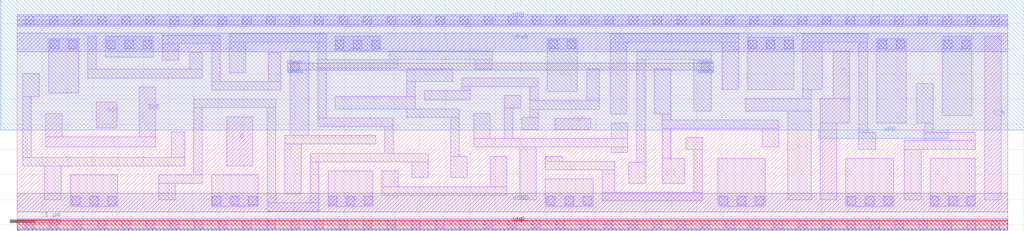
<source format=lef>
# Copyright 2020 The SkyWater PDK Authors
#
# Licensed under the Apache License, Version 2.0 (the "License");
# you may not use this file except in compliance with the License.
# You may obtain a copy of the License at
#
#     https://www.apache.org/licenses/LICENSE-2.0
#
# Unless required by applicable law or agreed to in writing, software
# distributed under the License is distributed on an "AS IS" BASIS,
# WITHOUT WARRANTIES OR CONDITIONS OF ANY KIND, either express or implied.
# See the License for the specific language governing permissions and
# limitations under the License.
#
# SPDX-License-Identifier: Apache-2.0

VERSION 5.7 ;
  NOWIREEXTENSIONATPIN ON ;
  DIVIDERCHAR "/" ;
  BUSBITCHARS "[]" ;
MACRO sky130_fd_sc_hvl__sdfxbp_1
  CLASS CORE ;
  FOREIGN sky130_fd_sc_hvl__sdfxbp_1 ;
  ORIGIN  0.000000  0.000000 ;
  SIZE  19.68000 BY  4.070000 ;
  SYMMETRY X Y ;
  SITE unithv ;
  PIN D
    ANTENNAGATEAREA  0.420000 ;
    DIRECTION INPUT ;
    USE SIGNAL ;
    PORT
      LAYER li1 ;
        RECT 4.165000 1.175000 4.675000 2.150000 ;
    END
  END D
  PIN Q
    ANTENNADIFFAREA  0.611250 ;
    DIRECTION OUTPUT ;
    USE SIGNAL ;
    PORT
      LAYER li1 ;
        RECT 15.955000 0.495000 16.285000 2.025000 ;
        RECT 15.955000 2.025000 16.545000 2.515000 ;
        RECT 16.215000 2.515000 16.545000 3.455000 ;
    END
  END Q
  PIN Q_N
    ANTENNADIFFAREA  0.641250 ;
    DIRECTION OUTPUT ;
    USE SIGNAL ;
    PORT
      LAYER li1 ;
        RECT 19.220000 0.495000 19.555000 3.755000 ;
    END
  END Q_N
  PIN SCD
    ANTENNAGATEAREA  0.420000 ;
    DIRECTION INPUT ;
    USE SIGNAL ;
    PORT
      LAYER li1 ;
        RECT 1.565000 1.930000 1.975000 2.440000 ;
    END
  END SCD
  PIN SCE
    ANTENNAGATEAREA  0.840000 ;
    DIRECTION INPUT ;
    USE SIGNAL ;
    PORT
      LAYER li1 ;
        RECT 0.565000 1.550000 2.755000 1.750000 ;
        RECT 0.565000 1.750000 0.895000 2.220000 ;
        RECT 2.425000 1.750000 2.755000 2.745000 ;
    END
  END SCE
  PIN CLK
    ANTENNAGATEAREA  0.585000 ;
    DIRECTION INPUT ;
    USE CLOCK ;
    PORT
      LAYER li1 ;
        RECT 10.685000 1.895000 11.395000 2.120000 ;
    END
  END CLK
  PIN VGND
    DIRECTION INOUT ;
    USE GROUND ;
    PORT
      LAYER met1 ;
        RECT 0.000000 0.255000 19.680000 0.625000 ;
    END
  END VGND
  PIN VNB
    DIRECTION INOUT ;
    USE GROUND ;
    PORT
      LAYER met1 ;
        RECT 0.000000 -0.115000 19.680000 0.115000 ;
      LAYER pwell ;
        RECT 0.000000 -0.085000 19.680000 0.085000 ;
    END
  END VNB
  PIN VPB
    DIRECTION INOUT ;
    USE POWER ;
    PORT
      LAYER met1 ;
        RECT 0.000000 3.955000 19.680000 4.185000 ;
      LAYER nwell ;
        RECT -0.330000 1.885000 20.010000 4.485000 ;
        RECT 15.925000 1.715000 18.490000 1.885000 ;
    END
  END VPB
  PIN VPWR
    DIRECTION INOUT ;
    USE POWER ;
    PORT
      LAYER met1 ;
        RECT 0.000000 3.445000 19.680000 3.815000 ;
    END
  END VPWR
  OBS
    LAYER li1 ;
      RECT  0.000000 -0.085000 19.680000 0.085000 ;
      RECT  0.000000  3.985000 19.680000 4.155000 ;
      RECT  0.110000  1.175000  3.330000 1.345000 ;
      RECT  0.110000  1.345000  0.280000 2.555000 ;
      RECT  0.110000  2.555000  0.440000 3.015000 ;
      RECT  0.540000  0.495000  0.870000 1.175000 ;
      RECT  0.630000  2.620000  1.220000 3.705000 ;
      RECT  1.050000  0.365000  2.000000 0.995000 ;
      RECT  1.400000  2.925000  3.680000 3.095000 ;
      RECT  1.400000  3.095000  1.570000 3.755000 ;
      RECT  1.750000  3.335000  2.700000 3.755000 ;
      RECT  2.810000  0.495000  3.140000 0.825000 ;
      RECT  2.810000  0.825000  3.680000 0.995000 ;
      RECT  2.880000  3.275000  3.210000 3.610000 ;
      RECT  2.880000  3.610000  4.030000 3.780000 ;
      RECT  3.065000  1.345000  3.330000 1.845000 ;
      RECT  3.430000  3.095000  3.680000 3.430000 ;
      RECT  3.510000  0.995000  3.680000 2.330000 ;
      RECT  3.510000  2.330000  5.135000 2.500000 ;
      RECT  3.860000  0.365000  4.785000 0.995000 ;
      RECT  3.860000  2.680000  5.240000 2.850000 ;
      RECT  3.860000  2.850000  4.030000 3.610000 ;
      RECT  4.210000  3.030000  4.540000 3.635000 ;
      RECT  4.210000  3.635000  6.140000 3.805000 ;
      RECT  4.965000  0.265000  5.995000 0.435000 ;
      RECT  4.965000  0.435000  5.135000 2.330000 ;
      RECT  4.990000  2.850000  5.240000 3.430000 ;
      RECT  5.315000  0.615000  5.645000 1.605000 ;
      RECT  5.315000  1.605000  7.120000 1.775000 ;
      RECT  5.420000  1.775000  5.790000 3.455000 ;
      RECT  5.825000  0.435000  5.995000 1.255000 ;
      RECT  5.825000  1.255000  8.165000 1.425000 ;
      RECT  5.970000  1.955000  7.470000 2.125000 ;
      RECT  5.970000  2.125000  6.140000 3.115000 ;
      RECT  5.970000  3.115000  7.560000 3.285000 ;
      RECT  5.970000  3.285000  6.140000 3.635000 ;
      RECT  6.175000  0.365000  7.065000 1.075000 ;
      RECT  6.320000  2.305000  7.910000 2.555000 ;
      RECT  6.320000  3.465000  7.210000 3.755000 ;
      RECT  7.245000  0.590000  9.725000 0.760000 ;
      RECT  7.245000  0.760000  7.575000 1.075000 ;
      RECT  7.300000  1.425000  7.470000 1.955000 ;
      RECT  7.390000  3.285000  9.435000 3.455000 ;
      RECT  7.740000  2.135000  8.785000 2.305000 ;
      RECT  7.740000  2.555000  7.910000 2.855000 ;
      RECT  7.740000  2.855000  8.655000 3.105000 ;
      RECT  7.835000  0.940000  8.165000 1.255000 ;
      RECT  8.090000  2.485000  9.005000 2.675000 ;
      RECT  8.615000  0.940000  8.945000 1.360000 ;
      RECT  8.615000  1.360000  8.785000 2.135000 ;
      RECT  8.835000  2.675000  9.005000 2.750000 ;
      RECT  8.835000  2.750000 10.355000 2.920000 ;
      RECT  9.070000  1.545000 12.130000 1.715000 ;
      RECT  9.070000  1.715000  9.400000 2.215000 ;
      RECT  9.105000  3.100000  9.435000 3.285000 ;
      RECT  9.395000  0.760000  9.725000 1.360000 ;
      RECT  9.675000  1.715000  9.845000 2.320000 ;
      RECT  9.675000  2.320000 10.005000 2.570000 ;
      RECT  9.985000  0.495000 10.315000 1.545000 ;
      RECT 10.025000  1.895000 10.355000 2.140000 ;
      RECT 10.185000  2.140000 10.355000 2.300000 ;
      RECT 10.185000  2.300000 11.565000 2.470000 ;
      RECT 10.185000  2.470000 10.355000 2.750000 ;
      RECT 10.495000  0.365000 11.445000 0.915000 ;
      RECT 10.495000  1.095000 11.875000 1.265000 ;
      RECT 10.495000  1.265000 10.825000 1.365000 ;
      RECT 10.535000  2.650000 11.125000 3.705000 ;
      RECT 11.315000  2.470000 11.565000 3.110000 ;
      RECT 11.625000  0.475000 13.610000 0.645000 ;
      RECT 11.625000  0.645000 11.875000 1.095000 ;
      RECT 11.785000  2.205000 12.115000 3.635000 ;
      RECT 11.785000  3.635000 14.340000 3.805000 ;
      RECT 11.800000  1.445000 12.130000 1.545000 ;
      RECT 11.800000  1.715000 12.130000 2.025000 ;
      RECT 12.150000  0.825000 12.480000 1.245000 ;
      RECT 12.310000  1.245000 12.480000 3.285000 ;
      RECT 12.310000  3.285000 13.795000 3.455000 ;
      RECT 12.660000  2.205000 12.990000 3.105000 ;
      RECT 12.820000  0.825000 13.260000 1.325000 ;
      RECT 12.820000  1.325000 12.990000 1.915000 ;
      RECT 12.820000  1.915000 15.135000 2.085000 ;
      RECT 12.820000  2.085000 12.990000 2.205000 ;
      RECT 13.280000  1.505000 13.610000 1.735000 ;
      RECT 13.440000  0.645000 13.610000 1.505000 ;
      RECT 13.440000  2.265000 13.795000 3.285000 ;
      RECT 13.915000  0.365000 14.865000 1.325000 ;
      RECT 14.010000  2.695000 14.340000 3.635000 ;
      RECT 14.465000  2.265000 15.775000 2.515000 ;
      RECT 14.520000  2.695000 15.425000 3.735000 ;
      RECT 14.805000  1.545000 15.135000 1.915000 ;
      RECT 15.315000  0.495000 15.775000 2.265000 ;
      RECT 15.605000  2.515000 15.775000 2.695000 ;
      RECT 15.605000  2.695000 15.995000 3.635000 ;
      RECT 15.605000  3.635000 16.895000 3.805000 ;
      RECT 16.465000  0.365000 17.415000 1.325000 ;
      RECT 16.725000  1.505000 17.055000 1.835000 ;
      RECT 16.725000  1.835000 16.895000 3.635000 ;
      RECT 17.075000  2.025000 17.665000 3.705000 ;
      RECT 17.630000  0.495000 17.960000 1.505000 ;
      RECT 17.630000  1.505000 19.040000 1.675000 ;
      RECT 17.870000  2.025000 18.200000 2.815000 ;
      RECT 18.030000  1.675000 19.040000 1.835000 ;
      RECT 18.030000  1.835000 18.200000 2.025000 ;
      RECT 18.140000  0.365000 19.040000 1.325000 ;
      RECT 18.380000  2.175000 18.970000 3.755000 ;
    LAYER mcon ;
      RECT  0.155000 -0.085000  0.325000 0.085000 ;
      RECT  0.155000  3.985000  0.325000 4.155000 ;
      RECT  0.635000 -0.085000  0.805000 0.085000 ;
      RECT  0.635000  3.985000  0.805000 4.155000 ;
      RECT  0.660000  3.505000  0.830000 3.675000 ;
      RECT  1.020000  3.505000  1.190000 3.675000 ;
      RECT  1.080000  0.395000  1.250000 0.565000 ;
      RECT  1.115000 -0.085000  1.285000 0.085000 ;
      RECT  1.115000  3.985000  1.285000 4.155000 ;
      RECT  1.440000  0.395000  1.610000 0.565000 ;
      RECT  1.595000 -0.085000  1.765000 0.085000 ;
      RECT  1.595000  3.985000  1.765000 4.155000 ;
      RECT  1.780000  3.505000  1.950000 3.675000 ;
      RECT  1.800000  0.395000  1.970000 0.565000 ;
      RECT  2.075000 -0.085000  2.245000 0.085000 ;
      RECT  2.075000  3.985000  2.245000 4.155000 ;
      RECT  2.140000  3.505000  2.310000 3.675000 ;
      RECT  2.500000  3.505000  2.670000 3.675000 ;
      RECT  2.555000 -0.085000  2.725000 0.085000 ;
      RECT  2.555000  3.985000  2.725000 4.155000 ;
      RECT  3.035000 -0.085000  3.205000 0.085000 ;
      RECT  3.035000  3.985000  3.205000 4.155000 ;
      RECT  3.515000 -0.085000  3.685000 0.085000 ;
      RECT  3.515000  3.985000  3.685000 4.155000 ;
      RECT  3.875000  0.395000  4.045000 0.565000 ;
      RECT  3.995000 -0.085000  4.165000 0.085000 ;
      RECT  3.995000  3.985000  4.165000 4.155000 ;
      RECT  4.235000  0.395000  4.405000 0.565000 ;
      RECT  4.475000 -0.085000  4.645000 0.085000 ;
      RECT  4.475000  3.985000  4.645000 4.155000 ;
      RECT  4.595000  0.395000  4.765000 0.565000 ;
      RECT  4.955000 -0.085000  5.125000 0.085000 ;
      RECT  4.955000  3.985000  5.125000 4.155000 ;
      RECT  5.435000 -0.085000  5.605000 0.085000 ;
      RECT  5.435000  3.060000  5.605000 3.230000 ;
      RECT  5.435000  3.985000  5.605000 4.155000 ;
      RECT  5.915000 -0.085000  6.085000 0.085000 ;
      RECT  5.915000  3.985000  6.085000 4.155000 ;
      RECT  6.175000  0.395000  6.345000 0.565000 ;
      RECT  6.320000  3.505000  6.490000 3.675000 ;
      RECT  6.395000 -0.085000  6.565000 0.085000 ;
      RECT  6.395000  3.985000  6.565000 4.155000 ;
      RECT  6.535000  0.395000  6.705000 0.565000 ;
      RECT  6.680000  3.505000  6.850000 3.675000 ;
      RECT  6.875000 -0.085000  7.045000 0.085000 ;
      RECT  6.875000  3.985000  7.045000 4.155000 ;
      RECT  6.895000  0.395000  7.065000 0.565000 ;
      RECT  7.040000  3.505000  7.210000 3.675000 ;
      RECT  7.355000 -0.085000  7.525000 0.085000 ;
      RECT  7.355000  3.985000  7.525000 4.155000 ;
      RECT  7.835000 -0.085000  8.005000 0.085000 ;
      RECT  7.835000  3.985000  8.005000 4.155000 ;
      RECT  8.315000 -0.085000  8.485000 0.085000 ;
      RECT  8.315000  3.985000  8.485000 4.155000 ;
      RECT  8.795000 -0.085000  8.965000 0.085000 ;
      RECT  8.795000  3.985000  8.965000 4.155000 ;
      RECT  9.275000 -0.085000  9.445000 0.085000 ;
      RECT  9.275000  3.985000  9.445000 4.155000 ;
      RECT  9.755000 -0.085000  9.925000 0.085000 ;
      RECT  9.755000  3.985000  9.925000 4.155000 ;
      RECT 10.235000 -0.085000 10.405000 0.085000 ;
      RECT 10.235000  3.985000 10.405000 4.155000 ;
      RECT 10.525000  0.395000 10.695000 0.565000 ;
      RECT 10.565000  3.505000 10.735000 3.675000 ;
      RECT 10.715000 -0.085000 10.885000 0.085000 ;
      RECT 10.715000  3.985000 10.885000 4.155000 ;
      RECT 10.885000  0.395000 11.055000 0.565000 ;
      RECT 10.925000  3.505000 11.095000 3.675000 ;
      RECT 11.195000 -0.085000 11.365000 0.085000 ;
      RECT 11.195000  3.985000 11.365000 4.155000 ;
      RECT 11.245000  0.395000 11.415000 0.565000 ;
      RECT 11.675000 -0.085000 11.845000 0.085000 ;
      RECT 11.675000  3.985000 11.845000 4.155000 ;
      RECT 12.155000 -0.085000 12.325000 0.085000 ;
      RECT 12.155000  3.985000 12.325000 4.155000 ;
      RECT 12.635000 -0.085000 12.805000 0.085000 ;
      RECT 12.635000  3.985000 12.805000 4.155000 ;
      RECT 13.115000 -0.085000 13.285000 0.085000 ;
      RECT 13.115000  3.985000 13.285000 4.155000 ;
      RECT 13.595000 -0.085000 13.765000 0.085000 ;
      RECT 13.595000  3.060000 13.765000 3.230000 ;
      RECT 13.595000  3.985000 13.765000 4.155000 ;
      RECT 13.945000  0.395000 14.115000 0.565000 ;
      RECT 14.075000 -0.085000 14.245000 0.085000 ;
      RECT 14.075000  3.985000 14.245000 4.155000 ;
      RECT 14.305000  0.395000 14.475000 0.565000 ;
      RECT 14.525000  3.505000 14.695000 3.675000 ;
      RECT 14.555000 -0.085000 14.725000 0.085000 ;
      RECT 14.555000  3.985000 14.725000 4.155000 ;
      RECT 14.665000  0.395000 14.835000 0.565000 ;
      RECT 14.885000  3.505000 15.055000 3.675000 ;
      RECT 15.035000 -0.085000 15.205000 0.085000 ;
      RECT 15.035000  3.985000 15.205000 4.155000 ;
      RECT 15.245000  3.505000 15.415000 3.675000 ;
      RECT 15.515000 -0.085000 15.685000 0.085000 ;
      RECT 15.515000  3.985000 15.685000 4.155000 ;
      RECT 15.995000 -0.085000 16.165000 0.085000 ;
      RECT 15.995000  3.985000 16.165000 4.155000 ;
      RECT 16.475000 -0.085000 16.645000 0.085000 ;
      RECT 16.475000  3.985000 16.645000 4.155000 ;
      RECT 16.495000  0.395000 16.665000 0.565000 ;
      RECT 16.855000  0.395000 17.025000 0.565000 ;
      RECT 16.955000 -0.085000 17.125000 0.085000 ;
      RECT 16.955000  3.985000 17.125000 4.155000 ;
      RECT 17.105000  3.505000 17.275000 3.675000 ;
      RECT 17.215000  0.395000 17.385000 0.565000 ;
      RECT 17.435000 -0.085000 17.605000 0.085000 ;
      RECT 17.435000  3.985000 17.605000 4.155000 ;
      RECT 17.465000  3.505000 17.635000 3.675000 ;
      RECT 17.915000 -0.085000 18.085000 0.085000 ;
      RECT 17.915000  3.985000 18.085000 4.155000 ;
      RECT 18.145000  0.395000 18.315000 0.565000 ;
      RECT 18.395000 -0.085000 18.565000 0.085000 ;
      RECT 18.395000  3.985000 18.565000 4.155000 ;
      RECT 18.410000  3.505000 18.580000 3.675000 ;
      RECT 18.505000  0.395000 18.675000 0.565000 ;
      RECT 18.770000  3.505000 18.940000 3.675000 ;
      RECT 18.865000  0.395000 19.035000 0.565000 ;
      RECT 18.875000 -0.085000 19.045000 0.085000 ;
      RECT 18.875000  3.985000 19.045000 4.155000 ;
      RECT 19.355000 -0.085000 19.525000 0.085000 ;
      RECT 19.355000  3.985000 19.525000 4.155000 ;
    LAYER met1 ;
      RECT  5.375000 3.030000  5.665000 3.075000 ;
      RECT  5.375000 3.075000 13.825000 3.215000 ;
      RECT  5.375000 3.215000  5.665000 3.260000 ;
      RECT 13.535000 3.030000 13.825000 3.075000 ;
      RECT 13.535000 3.215000 13.825000 3.260000 ;
  END
END sky130_fd_sc_hvl__sdfxbp_1
END LIBRARY

</source>
